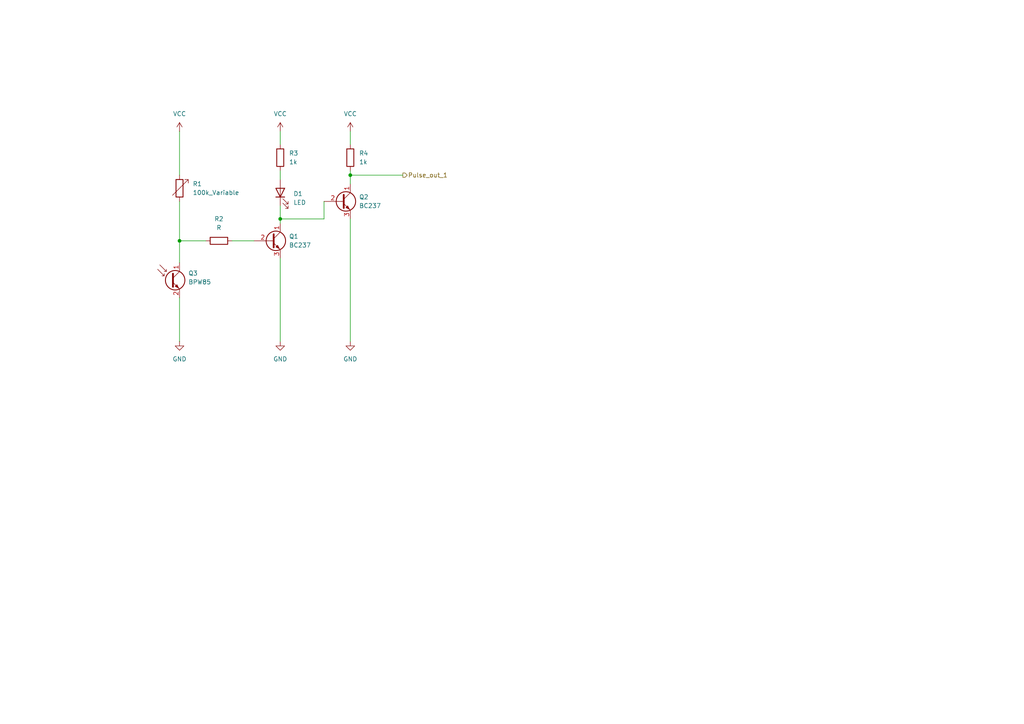
<source format=kicad_sch>
(kicad_sch (version 20231120) (generator "eeschema") (generator_version "8.0")
  (paper "A4")
  (lib_symbols
    (symbol "Device:LED" (pin_numbers hide) (pin_names (offset 1.016) hide)
      (property "Reference" "D" (at 0 2.54 0))
      (property "Value" "LED" (at 0 -2.54 0))
      (symbol "LED_0_1"
        (polyline (pts (xy -1.27 -1.27) (xy -1.27 1.27)) (stroke (width 0.254)))
        (polyline (pts (xy -1.27 0) (xy 1.27 0)))
        (polyline (pts (xy 1.27 -1.27) (xy 1.27 1.27) (xy -1.27 0) (xy 1.27 -1.27)) (stroke (width 0.254)))
        (polyline (pts (xy -3.048 -0.762) (xy -4.572 -2.286) (xy -3.81 -2.286) (xy -4.572 -2.286) (xy -4.572 -1.524)))
        (polyline (pts (xy -1.778 -0.762) (xy -3.302 -2.286) (xy -2.54 -2.286) (xy -3.302 -2.286) (xy -3.302 -1.524)))
      )
      (symbol "LED_1_1"
        (pin passive line (at -3.81 0 0) (length 2.54) (name "K") (number "1"))
        (pin passive line (at 3.81 0 180) (length 2.54) (name "A") (number "2"))
      )
    )
    (symbol "Device:R" (pin_numbers hide) (pin_names (offset 0))
      (property "Reference" "R" (at 2.032 0 90))
      (property "Value" "R" (at 0 0 90))
      (symbol "R_0_1"
        (rectangle (start -1.016 -2.54) (end 1.016 2.54) (stroke (width 0.254)))
      )
      (symbol "R_1_1"
        (pin passive line (at 0 3.81 270) (length 1.27) (name "~") (number "1"))
        (pin passive line (at 0 -3.81 90) (length 1.27) (name "~") (number "2"))
      )
    )
    (symbol "Device:R_Variable" (pin_numbers hide) (pin_names (offset 0))
      (property "Reference" "R" (at 2.54 -2.54 90))
      (property "Value" "R_Variable" (at -2.54 -1.27 90))
      (symbol "R_Variable_0_1"
        (rectangle (start -1.016 -2.54) (end 1.016 2.54) (stroke (width 0.254)))
        (polyline (pts (xy 2.54 1.524) (xy 2.54 2.54) (xy 1.524 2.54) (xy 2.54 2.54) (xy -2.032 -2.032)))
      )
      (symbol "R_Variable_1_1"
        (pin passive line (at 0 3.81 270) (length 1.27) (name "~") (number "1"))
        (pin passive line (at 0 -3.81 90) (length 1.27) (name "~") (number "2"))
      )
    )
    (symbol "Sensor_Optical:BPW85" (pin_names (offset 0) hide)
      (property "Reference" "Q" (at 5.08 1.27 0))
      (property "Value" "BPW85" (at 5.08 -1.27 0))
      (symbol "BPW85_0_1"
        (polyline (pts (xy -1.905 1.27) (xy -2.54 1.27)))
        (polyline (pts (xy -1.27 2.54) (xy -1.905 2.54)))
        (polyline (pts (xy 0.635 0.635) (xy 2.54 2.54)))
        (polyline (pts (xy -3.81 3.175) (xy -1.905 1.27) (xy -1.905 1.905)))
        (polyline (pts (xy -3.175 4.445) (xy -1.27 2.54) (xy -1.27 3.175)))
        (polyline (pts (xy 0.635 -0.635) (xy 2.54 -2.54) (xy 2.54 -2.54)))
        (polyline (pts (xy 0.635 1.905) (xy 0.635 -1.905) (xy 0.635 -1.905)) (stroke (width 0.508)))
        (polyline (pts (xy 1.27 -1.778) (xy 1.778 -1.27) (xy 2.286 -2.286) (xy 1.27 -1.778) (xy 1.27 -1.778)) (fill (type outline)))
        (circle (center 1.27 0) (radius 2.8194) (stroke (width 0.254)))
      )
      (symbol "BPW85_1_1"
        (pin passive line (at 2.54 5.08 270) (length 2.54) (name "C") (number "1"))
        (pin passive line (at 2.54 -5.08 90) (length 2.54) (name "E") (number "2"))
      )
    )
    (symbol "Transistor_BJT:BC237" (pin_names (offset 0) hide)
      (property "Reference" "Q" (at 5.08 1.905 0))
      (property "Value" "BC237" (at 5.08 0 0))
      (symbol "BC237_0_1"
        (polyline (pts (xy 0 0) (xy 0.635 0)))
        (polyline (pts (xy 0.635 0.635) (xy 2.54 2.54)))
        (polyline (pts (xy 0.635 -0.635) (xy 2.54 -2.54) (xy 2.54 -2.54)))
        (polyline (pts (xy 0.635 1.905) (xy 0.635 -1.905) (xy 0.635 -1.905)) (stroke (width 0.508)))
        (polyline (pts (xy 1.27 -1.778) (xy 1.778 -1.27) (xy 2.286 -2.286) (xy 1.27 -1.778) (xy 1.27 -1.778)) (fill (type outline)))
        (circle (center 1.27 0) (radius 2.8194) (stroke (width 0.254)))
      )
      (symbol "BC237_1_1"
        (pin passive line (at 2.54 5.08 270) (length 2.54) (name "C") (number "1"))
        (pin input line (at -5.08 0 0) (length 5.08) (name "B") (number "2"))
        (pin passive line (at 2.54 -5.08 90) (length 2.54) (name "E") (number "3"))
      )
    )
    (symbol "power:GND" (power) (pin_numbers hide) (pin_names (offset 0) hide)
      (property "Value" "GND" (at 0 -3.81 0))
      (symbol "GND_0_1"
        (polyline (pts (xy 0 0) (xy 0 -1.27) (xy 1.27 -1.27) (xy 0 -2.54) (xy -1.27 -1.27) (xy 0 -1.27)))
      )
      (symbol "GND_1_1"
        (pin power_in line (at 0 0 270) (length 0) (name "~") (number "1"))
      )
    )
    (symbol "power:VCC" (power) (pin_numbers hide) (pin_names (offset 0) hide)
      (property "Value" "VCC" (at 0 3.556 0))
      (symbol "VCC_0_1"
        (polyline (pts (xy -0.762 1.27) (xy 0 2.54)))
        (polyline (pts (xy 0 0) (xy 0 2.54)))
        (polyline (pts (xy 0 2.54) (xy 0.762 1.27)))
      )
      (symbol "VCC_1_1"
        (pin power_in line (at 0 0 90) (length 0) (name "~") (number "1"))
      )
    )
  )
  (junction (at 52.07 69.85))
  (junction (at 101.6 50.8))
  (junction (at 81.28 63.5))
  (wire (pts (xy 52.07 86.36) (xy 52.07 99.06)))
  (wire (pts (xy 93.98 63.5) (xy 93.98 58.42)))
  (wire (pts (xy 81.28 74.93) (xy 81.28 99.06)))
  (wire (pts (xy 52.07 38.1) (xy 52.07 50.8)))
  (wire (pts (xy 81.28 63.5) (xy 93.98 63.5)))
  (wire (pts (xy 81.28 63.5) (xy 81.28 64.77)))
  (wire (pts (xy 101.6 50.8) (xy 101.6 53.34)))
  (wire (pts (xy 52.07 69.85) (xy 52.07 76.2)))
  (wire (pts (xy 81.28 38.1) (xy 81.28 41.91)))
  (wire (pts (xy 101.6 63.5) (xy 101.6 99.06)))
  (wire (pts (xy 101.6 50.8) (xy 116.84 50.8)))
  (wire (pts (xy 101.6 49.53) (xy 101.6 50.8)))
  (wire (pts (xy 101.6 38.1) (xy 101.6 41.91)))
  (wire (pts (xy 67.31 69.85) (xy 73.66 69.85)))
  (wire (pts (xy 52.07 58.42) (xy 52.07 69.85)))
  (wire (pts (xy 81.28 59.69) (xy 81.28 63.5)))
  (wire (pts (xy 52.07 69.85) (xy 59.69 69.85)))
  (wire (pts (xy 81.28 49.53) (xy 81.28 52.07)))
  (hierarchical_label "Pulse_out_1" (shape output) (at 116.84 50.8 0))
  (symbol (lib_id "power:VCC") (at 81.28 38.1 0) (unit 1)
    (property "Reference" "#PWR03" (effects (hide yes)))
    (property "Value" "VCC" (at 81.28 33.02 0))
    (property "Description" "Power symbol creates a global label with name \"VCC\"" (effects (hide yes)))
  )
  (symbol (lib_id "Sensor_Optical:BPW85") (at 49.53 81.28 0) (unit 1)
    (property "Reference" "Q3" (at 54.61 79.2606 0) (effects (justify left)))
    (property "Value" "BPW85" (at 54.61 81.8006 0) (effects (justify left)))
    (property "Footprint" "LED_THT:LED_D3.0mm_Clear" (effects (hide yes)))
    (property "Datasheet" "https://www.vishay.com/docs/81531/bpw85a.pdf" (effects (hide yes)))
    (property "Description" "Silicon NPN Phototransistor, Ica = 0.8-8mA, T-1" (effects (hide yes)))
  )
  (symbol (lib_id "Device:R_Variable") (at 52.07 54.61 0) (unit 1)
    (property "Reference" "R1" (at 55.88 53.3399 0) (effects (justify left)))
    (property "Value" "100k_Variable" (at 55.88 55.8799 0) (effects (justify left)))
    (property "Description" "Variable resistor" (effects (hide yes)))
  )
  (symbol (lib_id "power:VCC") (at 52.07 38.1 0) (unit 1)
    (property "Reference" "#PWR02" (effects (hide yes)))
    (property "Value" "VCC" (at 52.07 33.02 0))
    (property "Description" "Power symbol creates a global label with name \"VCC\"" (effects (hide yes)))
  )
  (symbol (lib_id "Transistor_BJT:BC237") (at 78.74 69.85 0) (unit 1)
    (property "Reference" "Q1" (at 83.82 68.5799 0) (effects (justify left)))
    (property "Value" "BC237" (at 83.82 71.1199 0) (effects (justify left)))
    (property "Footprint" "Package_TO_SOT_THT:TO-92_Inline" (effects (hide yes)))
    (property "Datasheet" "http://www.onsemi.com/pub_link/Collateral/BC237-D.PDF" (effects (hide yes)))
    (property "Description" "100mA Ic, 50V Vce, Epitaxial Silicon NPN Transistor, TO-92" (effects (hide yes)))
  )
  (symbol (lib_id "Device:R") (at 81.28 45.72 180) (unit 1)
    (property "Reference" "R3" (at 83.82 44.4499 0) (effects (justify right)))
    (property "Value" "1k" (at 83.82 46.9899 0) (effects (justify right)))
    (property "Description" "Resistor" (effects (hide yes)))
  )
  (symbol (lib_id "Transistor_BJT:BC237") (at 99.06 58.42 0) (unit 1)
    (property "Reference" "Q2" (at 104.14 57.1499 0) (effects (justify left)))
    (property "Value" "BC237" (at 104.14 59.6899 0) (effects (justify left)))
    (property "Footprint" "Package_TO_SOT_THT:TO-92_Inline" (effects (hide yes)))
    (property "Datasheet" "http://www.onsemi.com/pub_link/Collateral/BC237-D.PDF" (effects (hide yes)))
    (property "Description" "100mA Ic, 50V Vce, Epitaxial Silicon NPN Transistor, TO-92" (effects (hide yes)))
  )
  (symbol (lib_id "power:VCC") (at 101.6 38.1 0) (unit 1)
    (property "Reference" "#PWR05" (effects (hide yes)))
    (property "Value" "VCC" (at 101.6 33.02 0))
    (property "Description" "Power symbol creates a global label with name \"VCC\"" (effects (hide yes)))
  )
  (symbol (lib_id "power:GND") (at 52.07 99.06 0) (unit 1)
    (property "Reference" "#PWR01" (effects (hide yes)))
    (property "Value" "GND" (at 52.07 104.14 0))
    (property "Description" "Power symbol creates a global label with name \"GND\" , ground" (effects (hide yes)))
  )
  (symbol (lib_id "power:GND") (at 101.6 99.06 0) (unit 1)
    (property "Reference" "#PWR06" (effects (hide yes)))
    (property "Value" "GND" (at 101.6 104.14 0))
    (property "Description" "Power symbol creates a global label with name \"GND\" , ground" (effects (hide yes)))
  )
  (symbol (lib_id "Device:LED") (at 81.28 55.88 90) (unit 1)
    (property "Reference" "D1" (at 85.09 56.1974 90) (effects (justify right)))
    (property "Value" "LED" (at 85.09 58.7374 90) (effects (justify right)))
    (property "Description" "Light emitting diode" (effects (hide yes)))
  )
  (symbol (lib_id "Device:R") (at 63.5 69.85 90) (unit 1)
    (property "Reference" "R2" (at 63.5 63.5 90))
    (property "Value" "R" (at 63.5 66.04 90))
    (property "Description" "Resistor" (effects (hide yes)))
  )
  (symbol (lib_id "Device:R") (at 101.6 45.72 180) (unit 1)
    (property "Reference" "R4" (at 104.14 44.4499 0) (effects (justify right)))
    (property "Value" "1k" (at 104.14 46.9899 0) (effects (justify right)))
    (property "Description" "Resistor" (effects (hide yes)))
  )
  (symbol (lib_id "power:GND") (at 81.28 99.06 0) (unit 1)
    (property "Reference" "#PWR04" (effects (hide yes)))
    (property "Value" "GND" (at 81.28 104.14 0))
    (property "Description" "Power symbol creates a global label with name \"GND\" , ground" (effects (hide yes)))
  )
)
</source>
